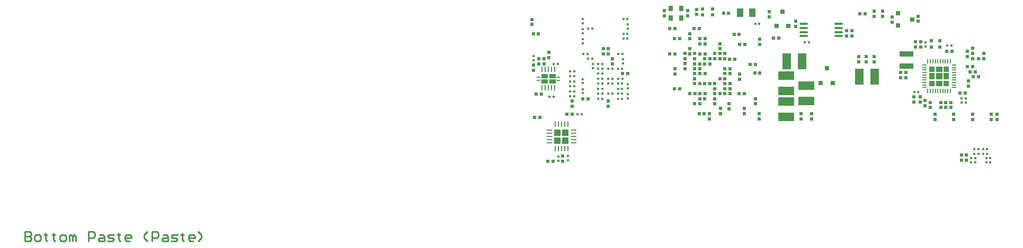
<source format=gbp>
G04 Layer_Color=128*
%FSLAX24Y24*%
%MOIN*%
G70*
G01*
G75*
%ADD15R,0.0295X0.0295*%
%ADD19R,0.0205X0.0197*%
%ADD23R,0.0217X0.0217*%
%ADD25O,0.0098X0.0354*%
%ADD26O,0.0354X0.0098*%
%ADD32R,0.0531X0.1024*%
%ADD33R,0.0394X0.0571*%
%ADD34R,0.0197X0.0205*%
%ADD35R,0.1024X0.0531*%
%ADD36R,0.0138X0.0138*%
%ADD37R,0.0138X0.0138*%
%ADD38R,0.0906X0.0335*%
%ADD39R,0.0217X0.0217*%
%ADD51C,0.0100*%
%ADD69O,0.0551X0.0138*%
%ADD71O,0.0295X0.0079*%
%ADD72O,0.0079X0.0295*%
%ADD75R,0.0256X0.0335*%
%ADD76R,0.0295X0.0295*%
%ADD86R,0.0400X0.0400*%
%ADD121R,0.0240X0.0220*%
%ADD133R,0.0394X0.0394*%
%ADD134R,0.0354X0.0354*%
%ADD135R,0.0394X0.0354*%
%ADD136R,0.0394X0.0354*%
%ADD137R,0.0354X0.0394*%
%ADD138R,0.0413X0.0268*%
%ADD139R,0.0197X0.0102*%
G04:AMPARAMS|DCode=140|XSize=9.1mil|YSize=31.5mil|CornerRadius=1mil|HoleSize=0mil|Usage=FLASHONLY|Rotation=180.000|XOffset=0mil|YOffset=0mil|HoleType=Round|Shape=RoundedRectangle|*
%AMROUNDEDRECTD140*
21,1,0.0091,0.0295,0,0,180.0*
21,1,0.0071,0.0315,0,0,180.0*
1,1,0.0020,-0.0035,0.0147*
1,1,0.0020,0.0035,0.0147*
1,1,0.0020,0.0035,-0.0147*
1,1,0.0020,-0.0035,-0.0147*
%
%ADD140ROUNDEDRECTD140*%
D15*
X17618Y10376D02*
D03*
X16870D02*
D03*
X17244Y11278D02*
D03*
X20413Y6793D02*
D03*
X19665D02*
D03*
X20039Y7695D02*
D03*
D19*
X11417Y8943D02*
D03*
Y8616D02*
D03*
X5984Y8943D02*
D03*
Y8616D02*
D03*
X26850Y4809D02*
D03*
Y4482D02*
D03*
X24134Y10951D02*
D03*
Y10624D02*
D03*
X11417Y9888D02*
D03*
Y9561D02*
D03*
X23031Y10978D02*
D03*
Y11305D02*
D03*
Y8431D02*
D03*
Y8104D02*
D03*
X22520D02*
D03*
Y8431D02*
D03*
X23543Y10978D02*
D03*
Y11305D02*
D03*
X25787Y10663D02*
D03*
Y10990D02*
D03*
X11299Y11018D02*
D03*
Y11344D02*
D03*
X16417Y11266D02*
D03*
Y10939D02*
D03*
X1496Y10467D02*
D03*
Y10793D02*
D03*
X18425Y4522D02*
D03*
Y4848D02*
D03*
X19094D02*
D03*
Y4522D02*
D03*
X28031Y4482D02*
D03*
Y4809D02*
D03*
X29213D02*
D03*
Y4482D02*
D03*
X30394D02*
D03*
Y4809D02*
D03*
X25512Y5911D02*
D03*
Y5585D02*
D03*
X27205Y5230D02*
D03*
Y5557D02*
D03*
X12992Y5467D02*
D03*
Y5793D02*
D03*
X11732Y7041D02*
D03*
Y7368D02*
D03*
X22047Y8104D02*
D03*
Y8431D02*
D03*
X1575Y7593D02*
D03*
Y7919D02*
D03*
X11102Y8301D02*
D03*
Y8628D02*
D03*
Y7998D02*
D03*
Y7671D02*
D03*
X6565Y7986D02*
D03*
Y8313D02*
D03*
X13307Y9258D02*
D03*
Y8931D02*
D03*
X9803Y11344D02*
D03*
Y11018D02*
D03*
X29213Y8982D02*
D03*
Y8656D02*
D03*
X28937Y6896D02*
D03*
Y6569D02*
D03*
X28898Y8785D02*
D03*
Y8459D02*
D03*
X29921Y8301D02*
D03*
Y8628D02*
D03*
X30748Y4482D02*
D03*
Y4809D02*
D03*
X3425Y2171D02*
D03*
Y1844D02*
D03*
X13622Y8628D02*
D03*
Y8301D02*
D03*
X13307Y8628D02*
D03*
Y8301D02*
D03*
X12992Y8628D02*
D03*
Y8301D02*
D03*
X14567Y7002D02*
D03*
Y7329D02*
D03*
X11850Y11423D02*
D03*
Y11096D02*
D03*
X10472Y7683D02*
D03*
Y7356D02*
D03*
X15827Y9207D02*
D03*
Y9533D02*
D03*
X12992Y6411D02*
D03*
Y6738D02*
D03*
X14843Y4837D02*
D03*
Y5163D02*
D03*
X13898Y5478D02*
D03*
Y5152D02*
D03*
X15551Y5793D02*
D03*
Y5467D02*
D03*
X15787Y4522D02*
D03*
Y4848D02*
D03*
X13346Y5163D02*
D03*
Y4837D02*
D03*
X12638Y4848D02*
D03*
Y4522D02*
D03*
X21299Y10085D02*
D03*
Y9758D02*
D03*
X21614D02*
D03*
Y10085D02*
D03*
X18071Y10675D02*
D03*
Y10348D02*
D03*
X6299Y5309D02*
D03*
Y5636D02*
D03*
X6299Y8616D02*
D03*
Y8943D02*
D03*
X4016Y5309D02*
D03*
Y5636D02*
D03*
X2559Y8380D02*
D03*
Y8707D02*
D03*
X11732Y8628D02*
D03*
Y8301D02*
D03*
X25906Y5585D02*
D03*
Y5911D02*
D03*
X26220Y5675D02*
D03*
Y5348D02*
D03*
X26535Y5230D02*
D03*
Y5557D02*
D03*
X28819Y1923D02*
D03*
Y2250D02*
D03*
X28504D02*
D03*
Y1923D02*
D03*
D23*
X12835Y11437D02*
D03*
Y11083D02*
D03*
X12205D02*
D03*
Y11437D02*
D03*
D25*
X3744Y4168D02*
D03*
X3547D02*
D03*
X3350D02*
D03*
X3153D02*
D03*
X2956D02*
D03*
Y2632D02*
D03*
X3153D02*
D03*
X3350D02*
D03*
X3547D02*
D03*
X3744D02*
D03*
D26*
X4118Y3006D02*
D03*
Y3203D02*
D03*
Y3400D02*
D03*
Y3597D02*
D03*
Y3794D02*
D03*
X2582D02*
D03*
Y3597D02*
D03*
Y3400D02*
D03*
Y3203D02*
D03*
Y3006D02*
D03*
D32*
X18474Y8150D02*
D03*
X17510D02*
D03*
X23041Y7165D02*
D03*
X22077D02*
D03*
D33*
X15335Y11220D02*
D03*
X14587D02*
D03*
D34*
X12041Y9252D02*
D03*
X12368D02*
D03*
X22447Y11142D02*
D03*
X22120D02*
D03*
X13537Y11181D02*
D03*
X13864D02*
D03*
X17014Y9606D02*
D03*
X16687D02*
D03*
X1896Y9882D02*
D03*
X1569D02*
D03*
X27919Y8780D02*
D03*
X27593D02*
D03*
X28419Y6142D02*
D03*
X28746D02*
D03*
X1648Y4606D02*
D03*
X1974D02*
D03*
X3695Y4803D02*
D03*
X4022D02*
D03*
X12986Y6102D02*
D03*
X13313D02*
D03*
X2250Y7992D02*
D03*
X1923D02*
D03*
X4679Y5787D02*
D03*
X5006D02*
D03*
X7199Y7362D02*
D03*
X7526D02*
D03*
X27841Y5236D02*
D03*
X27514D02*
D03*
X29049Y7480D02*
D03*
X29376D02*
D03*
X29573Y7165D02*
D03*
X29246D02*
D03*
X25618Y9370D02*
D03*
X25945D02*
D03*
Y9055D02*
D03*
X25618D02*
D03*
X25006Y7441D02*
D03*
X24679D02*
D03*
Y7126D02*
D03*
X25006D02*
D03*
X2801Y1850D02*
D03*
X2474D02*
D03*
X12053Y7677D02*
D03*
X11726D02*
D03*
X12368Y7362D02*
D03*
X12041D02*
D03*
X11726Y7992D02*
D03*
X12053D02*
D03*
X13943Y7677D02*
D03*
X13616D02*
D03*
X13943Y6732D02*
D03*
X13616D02*
D03*
X13943Y6102D02*
D03*
X13616D02*
D03*
X13943Y6417D02*
D03*
X13616D02*
D03*
X13943Y7362D02*
D03*
X13616D02*
D03*
X12683Y7992D02*
D03*
X12356D02*
D03*
X12368Y6102D02*
D03*
X12041D02*
D03*
X12368Y8622D02*
D03*
X12041D02*
D03*
X10152Y10197D02*
D03*
X10478D02*
D03*
X10467Y9567D02*
D03*
X10793D02*
D03*
X10467Y6417D02*
D03*
X10793D02*
D03*
X10478Y8622D02*
D03*
X10152D02*
D03*
X15230Y7953D02*
D03*
X15557D02*
D03*
X14848Y6102D02*
D03*
X14522D02*
D03*
X15833Y7402D02*
D03*
X15506D02*
D03*
X12053Y5472D02*
D03*
X11726D02*
D03*
X13628Y7047D02*
D03*
X13301D02*
D03*
X14533Y9843D02*
D03*
X14207D02*
D03*
X14888Y9213D02*
D03*
X14561D02*
D03*
X13931Y8268D02*
D03*
X14258D02*
D03*
X11687Y10197D02*
D03*
X12014D02*
D03*
X12683Y8307D02*
D03*
X12356D02*
D03*
Y6732D02*
D03*
X12683D02*
D03*
X12368Y9567D02*
D03*
X12041D02*
D03*
X12329Y4843D02*
D03*
X12002D02*
D03*
X12362Y5787D02*
D03*
X12035D02*
D03*
X11726Y6732D02*
D03*
X12053D02*
D03*
X1923Y8307D02*
D03*
X2250D02*
D03*
X2093Y6063D02*
D03*
X1766D02*
D03*
X11411Y6102D02*
D03*
X11738D02*
D03*
X27514Y5551D02*
D03*
X27841D02*
D03*
D35*
X17480Y6289D02*
D03*
Y7254D02*
D03*
X18740Y6624D02*
D03*
Y5659D02*
D03*
X17480Y5610D02*
D03*
Y4646D02*
D03*
D36*
X7520Y5817D02*
D03*
Y6073D02*
D03*
X26260Y9085D02*
D03*
Y9341D02*
D03*
X3740Y2175D02*
D03*
Y1919D02*
D03*
X3150Y1880D02*
D03*
Y2136D02*
D03*
X1575Y8474D02*
D03*
Y8219D02*
D03*
X7520Y6447D02*
D03*
Y6703D02*
D03*
X7205Y8022D02*
D03*
Y8278D02*
D03*
X7520Y10226D02*
D03*
Y10482D02*
D03*
X4685Y6132D02*
D03*
Y6388D02*
D03*
Y7018D02*
D03*
Y6762D02*
D03*
X5315Y7707D02*
D03*
Y7963D02*
D03*
X4685Y9281D02*
D03*
Y9537D02*
D03*
X4685Y9911D02*
D03*
Y10167D02*
D03*
Y10541D02*
D03*
Y10797D02*
D03*
D37*
X7165Y7677D02*
D03*
X6909D02*
D03*
X5020Y8307D02*
D03*
X5276D02*
D03*
X25541Y6220D02*
D03*
X25797D02*
D03*
X4144Y7205D02*
D03*
X3888D02*
D03*
X30069Y2047D02*
D03*
X30325D02*
D03*
X29872Y2323D02*
D03*
X30128D02*
D03*
X29577D02*
D03*
X29321D02*
D03*
X29380Y2047D02*
D03*
X29124D02*
D03*
X30069Y1772D02*
D03*
X30325D02*
D03*
X29872Y2598D02*
D03*
X30128D02*
D03*
X29577D02*
D03*
X29321D02*
D03*
X29380Y1772D02*
D03*
X29124D02*
D03*
X15797Y10512D02*
D03*
X15541D02*
D03*
X28789Y5827D02*
D03*
X28533D02*
D03*
Y5551D02*
D03*
X28789D02*
D03*
X18652Y9331D02*
D03*
X18907D02*
D03*
X5906Y6732D02*
D03*
X5650D02*
D03*
X6545D02*
D03*
X6289D02*
D03*
X5906Y6417D02*
D03*
X5650D02*
D03*
X4144Y6575D02*
D03*
X3888D02*
D03*
X6909Y6417D02*
D03*
X7165D02*
D03*
X4144Y6260D02*
D03*
X3888D02*
D03*
X6909Y6102D02*
D03*
X7165D02*
D03*
X4144Y5945D02*
D03*
X3888D02*
D03*
X6909Y5787D02*
D03*
X7165D02*
D03*
X5650Y6102D02*
D03*
X5906D02*
D03*
X6289Y7677D02*
D03*
X6545D02*
D03*
X6535Y6102D02*
D03*
X6280D02*
D03*
X6289Y7047D02*
D03*
X6545D02*
D03*
X5650Y5787D02*
D03*
X5906D02*
D03*
Y7047D02*
D03*
X5650D02*
D03*
X7165Y6732D02*
D03*
X6909D02*
D03*
X3888Y6890D02*
D03*
X4144D02*
D03*
X5650Y7362D02*
D03*
X5906D02*
D03*
Y7677D02*
D03*
X5650D02*
D03*
Y7992D02*
D03*
X5906D02*
D03*
X3888Y7520D02*
D03*
X4144D02*
D03*
X27628Y9134D02*
D03*
X27884D02*
D03*
X4616Y4803D02*
D03*
X4360D02*
D03*
X3120Y7992D02*
D03*
X2864D02*
D03*
X2589Y5906D02*
D03*
X2844D02*
D03*
X7175Y8622D02*
D03*
X6919D02*
D03*
X7490Y9567D02*
D03*
X7234D02*
D03*
Y9882D02*
D03*
X7490D02*
D03*
Y10827D02*
D03*
X7234D02*
D03*
X4715Y8622D02*
D03*
X4970D02*
D03*
X5030Y10197D02*
D03*
X5285D02*
D03*
X7175Y7047D02*
D03*
X6919D02*
D03*
D38*
X25039Y7835D02*
D03*
Y8622D02*
D03*
D39*
X29587Y8307D02*
D03*
X29232D02*
D03*
X29232Y7795D02*
D03*
X28878D02*
D03*
D51*
X-30400Y-2600D02*
Y-3200D01*
X-30100D01*
X-30000Y-3100D01*
Y-3000D01*
X-30100Y-2900D01*
X-30400D01*
X-30100D01*
X-30000Y-2800D01*
Y-2700D01*
X-30100Y-2600D01*
X-30400D01*
X-29700Y-3200D02*
X-29500D01*
X-29400Y-3100D01*
Y-2900D01*
X-29500Y-2800D01*
X-29700D01*
X-29800Y-2900D01*
Y-3100D01*
X-29700Y-3200D01*
X-29100Y-2700D02*
Y-2800D01*
X-29200D01*
X-29000D01*
X-29100D01*
Y-3100D01*
X-29000Y-3200D01*
X-28601Y-2700D02*
Y-2800D01*
X-28701D01*
X-28501D01*
X-28601D01*
Y-3100D01*
X-28501Y-3200D01*
X-28101D02*
X-27901D01*
X-27801Y-3100D01*
Y-2900D01*
X-27901Y-2800D01*
X-28101D01*
X-28201Y-2900D01*
Y-3100D01*
X-28101Y-3200D01*
X-27601D02*
Y-2800D01*
X-27501D01*
X-27401Y-2900D01*
Y-3200D01*
Y-2900D01*
X-27301Y-2800D01*
X-27201Y-2900D01*
Y-3200D01*
X-26401D02*
Y-2600D01*
X-26101D01*
X-26001Y-2700D01*
Y-2900D01*
X-26101Y-3000D01*
X-26401D01*
X-25702Y-2800D02*
X-25502D01*
X-25402Y-2900D01*
Y-3200D01*
X-25702D01*
X-25801Y-3100D01*
X-25702Y-3000D01*
X-25402D01*
X-25202Y-3200D02*
X-24902D01*
X-24802Y-3100D01*
X-24902Y-3000D01*
X-25102D01*
X-25202Y-2900D01*
X-25102Y-2800D01*
X-24802D01*
X-24502Y-2700D02*
Y-2800D01*
X-24602D01*
X-24402D01*
X-24502D01*
Y-3100D01*
X-24402Y-3200D01*
X-23802D02*
X-24002D01*
X-24102Y-3100D01*
Y-2900D01*
X-24002Y-2800D01*
X-23802D01*
X-23702Y-2900D01*
Y-3000D01*
X-24102D01*
X-22702Y-3200D02*
X-22902Y-3000D01*
Y-2800D01*
X-22702Y-2600D01*
X-22403Y-3200D02*
Y-2600D01*
X-22103D01*
X-22003Y-2700D01*
Y-2900D01*
X-22103Y-3000D01*
X-22403D01*
X-21703Y-2800D02*
X-21503D01*
X-21403Y-2900D01*
Y-3200D01*
X-21703D01*
X-21803Y-3100D01*
X-21703Y-3000D01*
X-21403D01*
X-21203Y-3200D02*
X-20903D01*
X-20803Y-3100D01*
X-20903Y-3000D01*
X-21103D01*
X-21203Y-2900D01*
X-21103Y-2800D01*
X-20803D01*
X-20503Y-2700D02*
Y-2800D01*
X-20603D01*
X-20403D01*
X-20503D01*
Y-3100D01*
X-20403Y-3200D01*
X-19803D02*
X-20003D01*
X-20103Y-3100D01*
Y-2900D01*
X-20003Y-2800D01*
X-19803D01*
X-19703Y-2900D01*
Y-3000D01*
X-20103D01*
X-19504Y-3200D02*
X-19304Y-3000D01*
Y-2800D01*
X-19504Y-2600D01*
D69*
X20787Y10502D02*
D03*
Y10246D02*
D03*
Y9990D02*
D03*
Y9734D02*
D03*
X18583Y10502D02*
D03*
Y10246D02*
D03*
Y9990D02*
D03*
Y9734D02*
D03*
D71*
X26171Y7913D02*
D03*
Y7756D02*
D03*
Y7598D02*
D03*
Y7441D02*
D03*
Y7283D02*
D03*
Y7126D02*
D03*
Y6969D02*
D03*
Y6811D02*
D03*
Y6654D02*
D03*
Y6496D02*
D03*
X28041D02*
D03*
Y6654D02*
D03*
Y6811D02*
D03*
Y6969D02*
D03*
Y7126D02*
D03*
Y7283D02*
D03*
Y7441D02*
D03*
Y7598D02*
D03*
Y7756D02*
D03*
Y7913D02*
D03*
D72*
X26398Y6270D02*
D03*
X26555D02*
D03*
X26713D02*
D03*
X26870D02*
D03*
X27028D02*
D03*
X27185D02*
D03*
X27343D02*
D03*
X27500D02*
D03*
X27657D02*
D03*
X27815D02*
D03*
Y8140D02*
D03*
X27657D02*
D03*
X27500D02*
D03*
X27343D02*
D03*
X27185D02*
D03*
X27028D02*
D03*
X26870D02*
D03*
X26713D02*
D03*
X26555D02*
D03*
X26398D02*
D03*
D75*
X10876Y11486D02*
D03*
X10226D02*
D03*
Y10876D02*
D03*
X10876D02*
D03*
D76*
X24510Y10413D02*
D03*
Y11161D02*
D03*
X25411Y10787D02*
D03*
D86*
X3600Y3150D02*
D03*
Y3650D02*
D03*
X3100Y3150D02*
D03*
Y3650D02*
D03*
D121*
X27146Y9055D02*
D03*
Y9449D02*
D03*
X26614D02*
D03*
Y9055D02*
D03*
D133*
X27106Y7205D02*
D03*
D134*
X27559Y6752D02*
D03*
X27559Y7657D02*
D03*
X26654Y6752D02*
D03*
X26654Y7657D02*
D03*
D135*
X27106Y7657D02*
D03*
D136*
X27106Y6752D02*
D03*
D137*
X27559Y7205D02*
D03*
X26654Y7205D02*
D03*
D138*
X2270Y7224D02*
D03*
X2270Y6870D02*
D03*
X2769Y6870D02*
D03*
X2769Y7224D02*
D03*
D139*
X1878Y7145D02*
D03*
X1878Y6949D02*
D03*
X3161Y6949D02*
D03*
X3161Y7145D02*
D03*
D140*
X2126Y7628D02*
D03*
X2323D02*
D03*
X2520D02*
D03*
X2717D02*
D03*
X2913D02*
D03*
Y6467D02*
D03*
X2717D02*
D03*
X2520D02*
D03*
X2323D02*
D03*
X2126D02*
D03*
M02*

</source>
